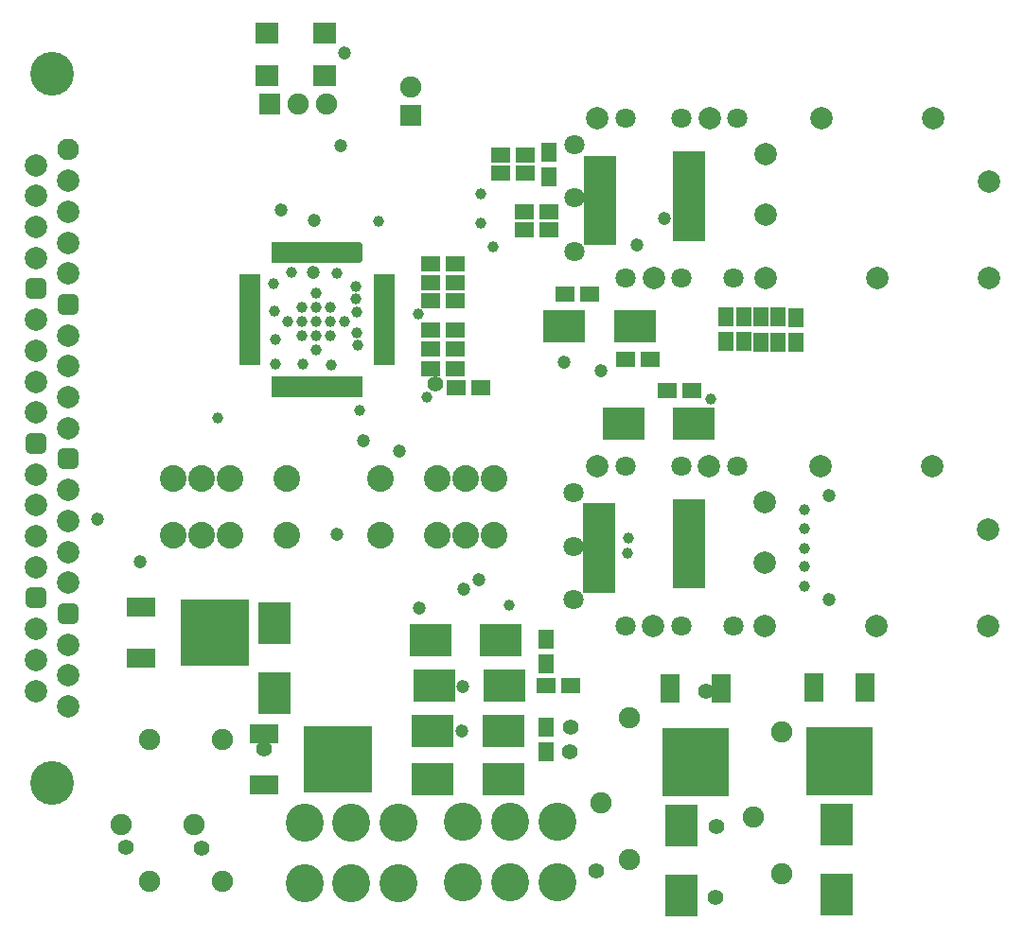
<source format=gts>
G04*
G04 #@! TF.GenerationSoftware,Altium Limited,Altium Designer,19.1.6 (110)*
G04*
G04 Layer_Color=8388736*
%FSLAX23Y23*%
%MOIN*%
G70*
G01*
G75*
%ADD17R,0.067X0.100*%
%ADD18R,0.232X0.240*%
%ADD19R,0.114X0.035*%
%ADD20R,0.075X0.028*%
%ADD21O,0.028X0.075*%
%ADD22R,0.028X0.075*%
%ADD23R,0.055X0.065*%
%ADD24R,0.146X0.114*%
%ADD25R,0.114X0.146*%
%ADD26R,0.240X0.232*%
%ADD27R,0.100X0.067*%
%ADD28R,0.065X0.055*%
%ADD29R,0.083X0.075*%
%ADD30C,0.055*%
%ADD31C,0.039*%
%ADD32C,0.075*%
%ADD33C,0.079*%
%ADD34C,0.071*%
%ADD35C,0.134*%
%ADD36C,0.051*%
%ADD37C,0.094*%
%ADD38R,0.075X0.075*%
%ADD39R,0.075X0.075*%
G04:AMPARAMS|DCode=40|XSize=76mil|YSize=76mil|CornerRadius=23mil|HoleSize=0mil|Usage=FLASHONLY|Rotation=270.000|XOffset=0mil|YOffset=0mil|HoleType=Round|Shape=RoundedRectangle|*
%AMROUNDEDRECTD40*
21,1,0.076,0.030,0,0,270.0*
21,1,0.030,0.076,0,0,270.0*
1,1,0.046,-0.015,-0.015*
1,1,0.046,-0.015,0.015*
1,1,0.046,0.015,0.015*
1,1,0.046,0.015,-0.015*
%
%ADD40ROUNDEDRECTD40*%
%ADD41C,0.076*%
%ADD42C,0.154*%
%ADD43C,0.047*%
D17*
X2559Y906D02*
D03*
X2379D02*
D03*
X2884Y909D02*
D03*
X3064D02*
D03*
D18*
X2469Y646D02*
D03*
X2974Y649D02*
D03*
D19*
X2444Y1274D02*
D03*
Y1305D02*
D03*
Y1368D02*
D03*
Y1337D02*
D03*
Y1463D02*
D03*
Y1494D02*
D03*
Y1431D02*
D03*
Y1400D02*
D03*
Y1557D02*
D03*
Y1526D02*
D03*
X2129Y1510D02*
D03*
Y1541D02*
D03*
Y1384D02*
D03*
Y1415D02*
D03*
Y1478D02*
D03*
Y1447D02*
D03*
Y1321D02*
D03*
Y1352D02*
D03*
Y1289D02*
D03*
Y1258D02*
D03*
X2446Y2500D02*
D03*
Y2531D02*
D03*
Y2594D02*
D03*
Y2563D02*
D03*
Y2689D02*
D03*
Y2720D02*
D03*
Y2657D02*
D03*
Y2626D02*
D03*
Y2783D02*
D03*
Y2752D02*
D03*
X2131Y2736D02*
D03*
Y2767D02*
D03*
Y2610D02*
D03*
Y2641D02*
D03*
Y2704D02*
D03*
Y2673D02*
D03*
Y2547D02*
D03*
Y2578D02*
D03*
Y2515D02*
D03*
Y2484D02*
D03*
D20*
X1371Y2058D02*
D03*
Y2077D02*
D03*
Y2097D02*
D03*
Y2117D02*
D03*
Y2136D02*
D03*
Y2156D02*
D03*
Y2176D02*
D03*
Y2195D02*
D03*
Y2215D02*
D03*
Y2235D02*
D03*
Y2254D02*
D03*
Y2274D02*
D03*
Y2294D02*
D03*
Y2313D02*
D03*
Y2333D02*
D03*
Y2353D02*
D03*
X899D02*
D03*
Y2333D02*
D03*
Y2313D02*
D03*
Y2294D02*
D03*
Y2274D02*
D03*
Y2254D02*
D03*
Y2235D02*
D03*
Y2215D02*
D03*
Y2195D02*
D03*
Y2176D02*
D03*
Y2156D02*
D03*
Y2136D02*
D03*
Y2117D02*
D03*
Y2097D02*
D03*
Y2077D02*
D03*
Y2058D02*
D03*
D21*
X1282Y2441D02*
D03*
D22*
X1263D02*
D03*
X1243D02*
D03*
X1223D02*
D03*
X1204D02*
D03*
X1184D02*
D03*
X1164D02*
D03*
X1145D02*
D03*
X1125D02*
D03*
X1105D02*
D03*
X1086D02*
D03*
X1066D02*
D03*
X1046D02*
D03*
X1027D02*
D03*
X1007D02*
D03*
X987D02*
D03*
Y1969D02*
D03*
X1007D02*
D03*
X1027D02*
D03*
X1046D02*
D03*
X1066D02*
D03*
X1086D02*
D03*
X1105D02*
D03*
X1125D02*
D03*
X1145D02*
D03*
X1164D02*
D03*
X1184D02*
D03*
X1204D02*
D03*
X1223D02*
D03*
X1243D02*
D03*
X1263D02*
D03*
X1282D02*
D03*
D23*
X1943Y770D02*
D03*
Y683D02*
D03*
X2698Y2127D02*
D03*
Y2214D02*
D03*
X2637Y2128D02*
D03*
Y2215D02*
D03*
X2576Y2128D02*
D03*
Y2215D02*
D03*
X2820Y2126D02*
D03*
Y2213D02*
D03*
X2759Y2127D02*
D03*
Y2214D02*
D03*
X1940Y1080D02*
D03*
Y993D02*
D03*
X1950Y2708D02*
D03*
Y2795D02*
D03*
D24*
X1542Y756D02*
D03*
X1790D02*
D03*
X1543Y587D02*
D03*
X1791D02*
D03*
X1782Y1074D02*
D03*
X1534D02*
D03*
X1795Y916D02*
D03*
X1547D02*
D03*
X2254Y2182D02*
D03*
X2006D02*
D03*
X2463Y1839D02*
D03*
X2215D02*
D03*
D25*
X985Y888D02*
D03*
Y1136D02*
D03*
X2417Y422D02*
D03*
Y174D02*
D03*
X2965Y427D02*
D03*
Y179D02*
D03*
D26*
X1208Y656D02*
D03*
X776Y1101D02*
D03*
D27*
X948Y566D02*
D03*
Y746D02*
D03*
X516Y1011D02*
D03*
Y1191D02*
D03*
D28*
X1942Y915D02*
D03*
X2029D02*
D03*
X2222Y2067D02*
D03*
X2309D02*
D03*
X2095Y2294D02*
D03*
X2008D02*
D03*
X2454Y1956D02*
D03*
X2367D02*
D03*
X1867Y2721D02*
D03*
X1780D02*
D03*
X1867Y2786D02*
D03*
X1780D02*
D03*
X1952Y2523D02*
D03*
X1865D02*
D03*
X1952Y2587D02*
D03*
X1865D02*
D03*
X1624Y1964D02*
D03*
X1711D02*
D03*
X1536Y2032D02*
D03*
X1623D02*
D03*
Y2401D02*
D03*
X1536D02*
D03*
X1623Y2336D02*
D03*
X1536D02*
D03*
X1623Y2168D02*
D03*
X1536D02*
D03*
X1623Y2272D02*
D03*
X1536D02*
D03*
X1623Y2103D02*
D03*
X1536D02*
D03*
D29*
X959Y3065D02*
D03*
Y3215D02*
D03*
X1160D02*
D03*
Y3065D02*
D03*
D30*
X2118Y261D02*
D03*
X2029Y768D02*
D03*
X2024Y683D02*
D03*
X462Y344D02*
D03*
X727Y343D02*
D03*
X2538Y170D02*
D03*
X1552Y1980D02*
D03*
X2506Y897D02*
D03*
X991Y1170D02*
D03*
X516Y1191D02*
D03*
X692Y1071D02*
D03*
X948Y692D02*
D03*
X1133Y610D02*
D03*
X1810Y937D02*
D03*
X2961Y735D02*
D03*
X3064Y909D02*
D03*
X2540Y419D02*
D03*
X2416Y421D02*
D03*
D31*
X1271Y2323D02*
D03*
X1272Y2279D02*
D03*
X1277Y2116D02*
D03*
X1184Y2047D02*
D03*
X1086Y2049D02*
D03*
X987Y2048D02*
D03*
X980Y2333D02*
D03*
X1046Y2371D02*
D03*
X1204Y2370D02*
D03*
X2309Y2067D02*
D03*
X1792Y2786D02*
D03*
X1709Y1962D02*
D03*
X1619Y2271D02*
D03*
X1493Y2226D02*
D03*
X1711Y2650D02*
D03*
Y2547D02*
D03*
X1756Y2463D02*
D03*
X1536Y2336D02*
D03*
X1523Y1932D02*
D03*
X2852Y1470D02*
D03*
Y1537D02*
D03*
X2853Y1267D02*
D03*
X1030Y2200D02*
D03*
X1230D02*
D03*
X1130Y2100D02*
D03*
Y2300D02*
D03*
X1080Y2150D02*
D03*
X1130D02*
D03*
X1180D02*
D03*
X1080Y2200D02*
D03*
X1130D02*
D03*
X1180D02*
D03*
X1080Y2250D02*
D03*
X1130D02*
D03*
X1180D02*
D03*
X2521Y1925D02*
D03*
X2761Y2215D02*
D03*
X2698Y2217D02*
D03*
X2636Y2218D02*
D03*
X2818Y2212D02*
D03*
X2229Y1383D02*
D03*
X1811Y1199D02*
D03*
X2230Y1434D02*
D03*
X2853Y1399D02*
D03*
X2853Y1336D02*
D03*
X784Y1860D02*
D03*
X1284Y1887D02*
D03*
X1275Y2159D02*
D03*
X1274Y2231D02*
D03*
X1352Y2551D02*
D03*
X987Y2136D02*
D03*
X986Y2237D02*
D03*
D32*
X2136Y503D02*
D03*
X2236Y303D02*
D03*
Y803D02*
D03*
X2673Y451D02*
D03*
X2773Y251D02*
D03*
Y751D02*
D03*
X700Y425D02*
D03*
X800Y225D02*
D03*
Y725D02*
D03*
X446Y425D02*
D03*
X546Y225D02*
D03*
Y725D02*
D03*
X1465Y3026D02*
D03*
X1067Y2964D02*
D03*
X1167D02*
D03*
D33*
X2712Y1127D02*
D03*
X2515Y1688D02*
D03*
X2121D02*
D03*
X2318Y1127D02*
D03*
X2712Y1350D02*
D03*
Y1563D02*
D03*
X2909Y1688D02*
D03*
X3303D02*
D03*
X3106Y1127D02*
D03*
X3499D02*
D03*
X3499Y1465D02*
D03*
X2714Y2353D02*
D03*
X2517Y2914D02*
D03*
X2123D02*
D03*
X2320Y2353D02*
D03*
X2714Y2576D02*
D03*
Y2789D02*
D03*
X2910Y2914D02*
D03*
X3304D02*
D03*
X3107Y2353D02*
D03*
X3501D02*
D03*
X3501Y2691D02*
D03*
X257Y842D02*
D03*
X145Y897D02*
D03*
Y1006D02*
D03*
Y1115D02*
D03*
X257Y1060D02*
D03*
Y1387D02*
D03*
X145Y1333D02*
D03*
Y1442D02*
D03*
X257Y1496D02*
D03*
Y1278D02*
D03*
Y1605D02*
D03*
X145Y1660D02*
D03*
X257Y1932D02*
D03*
X145Y1987D02*
D03*
Y1878D02*
D03*
X257Y2041D02*
D03*
X145Y2096D02*
D03*
Y2205D02*
D03*
X257Y2368D02*
D03*
Y2586D02*
D03*
Y2477D02*
D03*
X145Y2532D02*
D03*
Y2641D02*
D03*
X257Y2695D02*
D03*
Y951D02*
D03*
Y2150D02*
D03*
X145Y1551D02*
D03*
X257Y1823D02*
D03*
X145Y2750D02*
D03*
Y2423D02*
D03*
D34*
X2602Y1127D02*
D03*
X2614Y1688D02*
D03*
X2039Y1219D02*
D03*
Y1407D02*
D03*
Y1596D02*
D03*
X2417Y1127D02*
D03*
X2220D02*
D03*
Y1688D02*
D03*
X2417D02*
D03*
X2603Y2353D02*
D03*
X2615Y2914D02*
D03*
X2040Y2445D02*
D03*
Y2634D02*
D03*
Y2822D02*
D03*
X2418Y2353D02*
D03*
X2221D02*
D03*
Y2914D02*
D03*
X2418D02*
D03*
D35*
X1981Y222D02*
D03*
X1649Y435D02*
D03*
Y222D02*
D03*
X1981Y435D02*
D03*
X1815Y222D02*
D03*
Y435D02*
D03*
X1256Y431D02*
D03*
Y218D02*
D03*
X1422Y431D02*
D03*
X1090Y218D02*
D03*
Y431D02*
D03*
X1422Y218D02*
D03*
D36*
X955Y3062D02*
D03*
D37*
X1029Y1447D02*
D03*
X829D02*
D03*
X729D02*
D03*
X629D02*
D03*
X1029Y1647D02*
D03*
X829D02*
D03*
X729D02*
D03*
X629D02*
D03*
X1358Y1645D02*
D03*
X1558D02*
D03*
X1658D02*
D03*
X1758D02*
D03*
X1358Y1445D02*
D03*
X1558D02*
D03*
X1658D02*
D03*
X1758D02*
D03*
D38*
X1465Y2926D02*
D03*
D39*
X967Y2964D02*
D03*
D40*
X257Y1169D02*
D03*
Y1714D02*
D03*
X145Y1769D02*
D03*
Y2314D02*
D03*
X257Y2259D02*
D03*
X145Y1224D02*
D03*
D41*
X257Y2804D02*
D03*
D42*
X201Y573D02*
D03*
Y3073D02*
D03*
D43*
X2136Y2026D02*
D03*
X2006Y2054D02*
D03*
X1231Y3145D02*
D03*
X1645Y755D02*
D03*
X1648Y912D02*
D03*
X1494Y1188D02*
D03*
X1218Y2819D02*
D03*
X1008Y2592D02*
D03*
X2357Y2563D02*
D03*
X2262Y2468D02*
D03*
X2939Y1220D02*
D03*
Y1586D02*
D03*
X1426Y1743D02*
D03*
X1297Y1780D02*
D03*
X1650Y1256D02*
D03*
X1704Y1288D02*
D03*
X511Y1353D02*
D03*
X360Y1502D02*
D03*
X1123Y2371D02*
D03*
X1125Y2555D02*
D03*
X1204Y1450D02*
D03*
M02*

</source>
